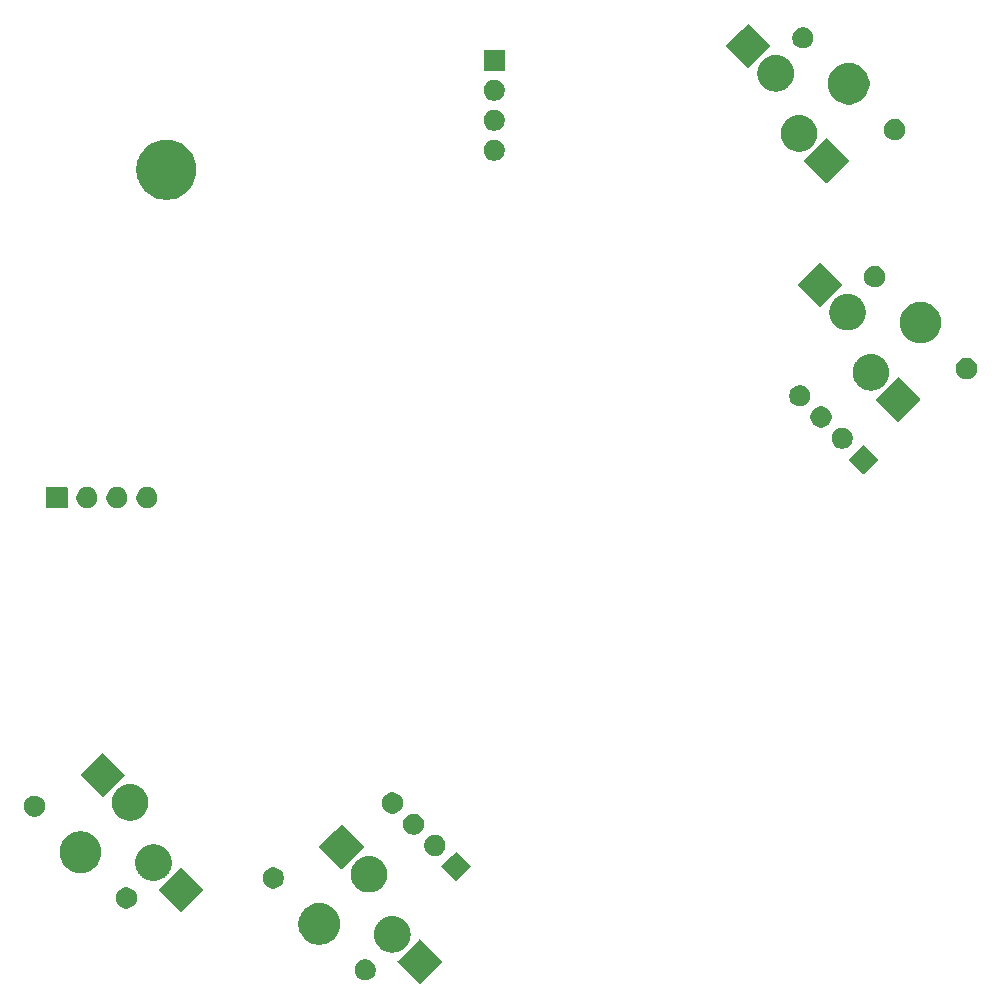
<source format=gbr>
G04 #@! TF.GenerationSoftware,KiCad,Pcbnew,9.0.2*
G04 #@! TF.CreationDate,2025-09-19T15:02:21-04:00*
G04 #@! TF.ProjectId,Trackball,54726163-6b62-4616-9c6c-2e6b69636164,rev?*
G04 #@! TF.SameCoordinates,Original*
G04 #@! TF.FileFunction,Soldermask,Bot*
G04 #@! TF.FilePolarity,Negative*
%FSLAX46Y46*%
G04 Gerber Fmt 4.6, Leading zero omitted, Abs format (unit mm)*
G04 Created by KiCad (PCBNEW 9.0.2) date 2025-09-19 15:02:21*
%MOMM*%
%LPD*%
G01*
G04 APERTURE LIST*
G04 APERTURE END LIST*
G36*
X219588440Y-132055598D02*
G01*
X219604985Y-132066654D01*
X221443463Y-133905132D01*
X221454519Y-133921677D01*
X221458400Y-133941194D01*
X221454519Y-133960711D01*
X221443463Y-133977256D01*
X219604985Y-135815734D01*
X219588440Y-135826790D01*
X219568923Y-135830671D01*
X219549406Y-135826790D01*
X219532861Y-135815734D01*
X217694383Y-133977256D01*
X217683327Y-133960711D01*
X217679446Y-133941194D01*
X217683327Y-133921677D01*
X217694383Y-133905132D01*
X218966802Y-132632713D01*
X219524156Y-132075358D01*
X219524159Y-132075355D01*
X219532861Y-132066654D01*
X219549406Y-132055598D01*
X219568923Y-132051717D01*
X219588440Y-132055598D01*
G37*
G36*
X215216859Y-133767559D02*
G01*
X215380204Y-133835218D01*
X215527210Y-133933445D01*
X215652229Y-134058464D01*
X215750456Y-134205470D01*
X215818115Y-134368815D01*
X215852608Y-134542221D01*
X215852608Y-134719025D01*
X215818115Y-134892431D01*
X215750456Y-135055776D01*
X215652229Y-135202782D01*
X215527210Y-135327801D01*
X215380204Y-135426028D01*
X215216859Y-135493687D01*
X215043453Y-135528180D01*
X214866649Y-135528180D01*
X214693243Y-135493687D01*
X214529898Y-135426028D01*
X214382892Y-135327801D01*
X214257873Y-135202782D01*
X214159646Y-135055776D01*
X214091987Y-134892431D01*
X214057494Y-134719025D01*
X214057494Y-134542221D01*
X214091987Y-134368815D01*
X214159646Y-134205470D01*
X214257873Y-134058464D01*
X214382892Y-133933445D01*
X214529898Y-133835218D01*
X214693243Y-133767559D01*
X214866649Y-133733066D01*
X215043453Y-133733066D01*
X215216859Y-133767559D01*
G37*
G36*
X217363630Y-130079200D02*
G01*
X217374838Y-130079200D01*
X217430036Y-130087942D01*
X217555682Y-130104484D01*
X217586337Y-130112698D01*
X217615222Y-130117273D01*
X217670768Y-130135321D01*
X217751615Y-130156984D01*
X217803198Y-130178350D01*
X217846690Y-130192482D01*
X217887434Y-130213242D01*
X217939018Y-130234609D01*
X218011501Y-130276457D01*
X218063543Y-130302974D01*
X218087203Y-130320164D01*
X218114687Y-130336032D01*
X218215222Y-130413175D01*
X218260442Y-130446029D01*
X218268367Y-130453954D01*
X218275614Y-130459515D01*
X218419051Y-130602952D01*
X218424611Y-130610198D01*
X218432538Y-130618125D01*
X218465395Y-130663349D01*
X218542534Y-130763879D01*
X218558400Y-130791360D01*
X218575593Y-130815024D01*
X218602112Y-130867071D01*
X218643957Y-130939548D01*
X218665321Y-130991125D01*
X218686085Y-131031877D01*
X218700218Y-131075374D01*
X218721582Y-131126951D01*
X218743241Y-131207785D01*
X218761294Y-131263345D01*
X218765869Y-131292235D01*
X218774082Y-131322884D01*
X218790622Y-131448518D01*
X218799367Y-131503729D01*
X218799367Y-131514937D01*
X218800560Y-131523999D01*
X218800560Y-131726838D01*
X218799367Y-131735899D01*
X218799367Y-131747109D01*
X218790621Y-131802324D01*
X218774082Y-131927953D01*
X218765870Y-131958599D01*
X218761294Y-131987493D01*
X218743239Y-132043057D01*
X218721582Y-132123886D01*
X218700219Y-132175458D01*
X218686085Y-132218961D01*
X218665319Y-132259716D01*
X218643957Y-132311289D01*
X218602116Y-132383757D01*
X218575593Y-132435814D01*
X218558397Y-132459481D01*
X218542534Y-132486958D01*
X218465409Y-132587469D01*
X218432538Y-132632713D01*
X218424607Y-132640643D01*
X218419051Y-132647885D01*
X218275614Y-132791322D01*
X218268372Y-132796878D01*
X218260442Y-132804809D01*
X218215198Y-132837680D01*
X218114687Y-132914805D01*
X218087210Y-132930668D01*
X218063543Y-132947864D01*
X218011486Y-132974387D01*
X217939018Y-133016228D01*
X217887445Y-133037590D01*
X217846690Y-133058356D01*
X217803187Y-133072490D01*
X217751615Y-133093853D01*
X217670786Y-133115510D01*
X217615222Y-133133565D01*
X217586328Y-133138141D01*
X217555682Y-133146353D01*
X217430050Y-133162893D01*
X217374838Y-133171638D01*
X217363629Y-133171638D01*
X217354568Y-133172831D01*
X217151728Y-133172831D01*
X217142667Y-133171638D01*
X217131458Y-133171638D01*
X217076247Y-133162893D01*
X216950613Y-133146353D01*
X216919964Y-133138140D01*
X216891074Y-133133565D01*
X216835514Y-133115512D01*
X216754680Y-133093853D01*
X216703103Y-133072489D01*
X216659606Y-133058356D01*
X216618854Y-133037592D01*
X216567277Y-133016228D01*
X216494800Y-132974383D01*
X216442753Y-132947864D01*
X216419089Y-132930671D01*
X216391608Y-132914805D01*
X216291078Y-132837666D01*
X216245854Y-132804809D01*
X216237927Y-132796882D01*
X216230681Y-132791322D01*
X216087244Y-132647885D01*
X216081683Y-132640638D01*
X216073758Y-132632713D01*
X216040904Y-132587493D01*
X215963761Y-132486958D01*
X215947893Y-132459474D01*
X215930703Y-132435814D01*
X215904186Y-132383772D01*
X215862338Y-132311289D01*
X215840971Y-132259705D01*
X215820211Y-132218961D01*
X215806079Y-132175469D01*
X215784713Y-132123886D01*
X215763050Y-132043039D01*
X215745002Y-131987493D01*
X215740427Y-131958608D01*
X215732213Y-131927953D01*
X215715672Y-131802310D01*
X215706929Y-131747109D01*
X215706929Y-131735899D01*
X215705736Y-131726838D01*
X215705736Y-131523999D01*
X215706929Y-131514937D01*
X215706929Y-131503729D01*
X215715671Y-131448532D01*
X215732213Y-131322884D01*
X215740427Y-131292226D01*
X215745002Y-131263345D01*
X215763048Y-131207802D01*
X215784713Y-131126951D01*
X215806081Y-131075363D01*
X215820211Y-131031877D01*
X215840969Y-130991136D01*
X215862338Y-130939548D01*
X215904190Y-130867056D01*
X215930703Y-130815024D01*
X215947890Y-130791367D01*
X215963761Y-130763879D01*
X216040918Y-130663325D01*
X216073758Y-130618125D01*
X216081680Y-130610202D01*
X216087244Y-130602952D01*
X216230681Y-130459515D01*
X216237931Y-130453951D01*
X216245854Y-130446029D01*
X216291054Y-130413189D01*
X216391608Y-130336032D01*
X216419096Y-130320161D01*
X216442753Y-130302974D01*
X216494785Y-130276461D01*
X216567277Y-130234609D01*
X216618865Y-130213240D01*
X216659606Y-130192482D01*
X216703092Y-130178352D01*
X216754680Y-130156984D01*
X216835531Y-130135319D01*
X216891074Y-130117273D01*
X216919955Y-130112698D01*
X216950613Y-130104484D01*
X217076261Y-130087942D01*
X217131458Y-130079200D01*
X217142666Y-130079200D01*
X217151728Y-130078007D01*
X217354568Y-130078007D01*
X217363630Y-130079200D01*
G37*
G36*
X211410396Y-129009960D02*
G01*
X211633465Y-129069731D01*
X211846825Y-129158107D01*
X212046823Y-129273576D01*
X212230039Y-129414163D01*
X212393337Y-129577461D01*
X212533924Y-129760677D01*
X212649393Y-129960675D01*
X212737769Y-130174035D01*
X212797540Y-130397104D01*
X212827684Y-130626067D01*
X212827684Y-130857005D01*
X212797540Y-131085968D01*
X212737769Y-131309037D01*
X212649393Y-131522397D01*
X212533924Y-131722395D01*
X212393337Y-131905611D01*
X212230039Y-132068909D01*
X212046823Y-132209496D01*
X211846825Y-132324965D01*
X211633465Y-132413341D01*
X211410396Y-132473112D01*
X211181433Y-132503256D01*
X210950495Y-132503256D01*
X210721532Y-132473112D01*
X210498463Y-132413341D01*
X210285103Y-132324965D01*
X210085105Y-132209496D01*
X209901889Y-132068909D01*
X209738591Y-131905611D01*
X209598004Y-131722395D01*
X209482535Y-131522397D01*
X209394159Y-131309037D01*
X209334388Y-131085968D01*
X209304244Y-130857005D01*
X209304244Y-130626067D01*
X209334388Y-130397104D01*
X209394159Y-130174035D01*
X209482535Y-129960675D01*
X209598004Y-129760677D01*
X209738591Y-129577461D01*
X209901889Y-129414163D01*
X210085105Y-129273576D01*
X210285103Y-129158107D01*
X210498463Y-129069731D01*
X210721532Y-129009960D01*
X210950495Y-128979816D01*
X211181433Y-128979816D01*
X211410396Y-129009960D01*
G37*
G36*
X199365186Y-125974480D02*
G01*
X199381731Y-125985536D01*
X201220209Y-127824014D01*
X201231265Y-127840559D01*
X201235146Y-127860076D01*
X201231265Y-127879593D01*
X201220209Y-127896138D01*
X199381731Y-129734616D01*
X199365186Y-129745672D01*
X199345669Y-129749553D01*
X199326152Y-129745672D01*
X199309607Y-129734616D01*
X197471129Y-127896138D01*
X197460073Y-127879593D01*
X197456192Y-127860076D01*
X197460073Y-127840559D01*
X197471129Y-127824014D01*
X198743548Y-126551595D01*
X199300902Y-125994240D01*
X199300905Y-125994237D01*
X199309607Y-125985536D01*
X199326152Y-125974480D01*
X199345669Y-125970599D01*
X199365186Y-125974480D01*
G37*
G36*
X194993605Y-127686441D02*
G01*
X195156950Y-127754100D01*
X195303956Y-127852327D01*
X195428975Y-127977346D01*
X195527202Y-128124352D01*
X195594861Y-128287697D01*
X195629354Y-128461103D01*
X195629354Y-128637907D01*
X195594861Y-128811313D01*
X195527202Y-128974658D01*
X195428975Y-129121664D01*
X195303956Y-129246683D01*
X195156950Y-129344910D01*
X194993605Y-129412569D01*
X194820199Y-129447062D01*
X194643395Y-129447062D01*
X194469989Y-129412569D01*
X194306644Y-129344910D01*
X194159638Y-129246683D01*
X194034619Y-129121664D01*
X193936392Y-128974658D01*
X193868733Y-128811313D01*
X193834240Y-128637907D01*
X193834240Y-128461103D01*
X193868733Y-128287697D01*
X193936392Y-128124352D01*
X194034619Y-127977346D01*
X194159638Y-127852327D01*
X194306644Y-127754100D01*
X194469989Y-127686441D01*
X194643395Y-127651948D01*
X194820199Y-127651948D01*
X194993605Y-127686441D01*
G37*
G36*
X215383731Y-124988032D02*
G01*
X215394939Y-124988032D01*
X215450137Y-124996774D01*
X215575783Y-125013316D01*
X215606438Y-125021530D01*
X215635323Y-125026105D01*
X215690869Y-125044153D01*
X215771716Y-125065816D01*
X215823299Y-125087182D01*
X215866791Y-125101314D01*
X215907535Y-125122074D01*
X215959119Y-125143441D01*
X216031602Y-125185289D01*
X216083644Y-125211806D01*
X216107304Y-125228996D01*
X216134788Y-125244864D01*
X216235323Y-125322007D01*
X216280543Y-125354861D01*
X216288468Y-125362786D01*
X216295715Y-125368347D01*
X216439152Y-125511784D01*
X216444712Y-125519030D01*
X216452639Y-125526957D01*
X216485496Y-125572181D01*
X216562635Y-125672711D01*
X216578501Y-125700192D01*
X216595694Y-125723856D01*
X216622213Y-125775903D01*
X216664058Y-125848380D01*
X216685422Y-125899957D01*
X216706186Y-125940709D01*
X216720319Y-125984206D01*
X216741683Y-126035783D01*
X216763342Y-126116617D01*
X216781395Y-126172177D01*
X216785970Y-126201067D01*
X216794183Y-126231716D01*
X216810723Y-126357350D01*
X216819468Y-126412561D01*
X216819468Y-126423769D01*
X216820661Y-126432831D01*
X216820661Y-126635670D01*
X216819468Y-126644731D01*
X216819468Y-126655941D01*
X216810722Y-126711156D01*
X216794183Y-126836785D01*
X216785971Y-126867431D01*
X216781395Y-126896325D01*
X216763340Y-126951889D01*
X216741683Y-127032718D01*
X216720320Y-127084290D01*
X216706186Y-127127793D01*
X216685420Y-127168548D01*
X216664058Y-127220121D01*
X216622217Y-127292589D01*
X216595694Y-127344646D01*
X216578498Y-127368313D01*
X216562635Y-127395790D01*
X216485510Y-127496301D01*
X216452639Y-127541545D01*
X216444708Y-127549475D01*
X216439152Y-127556717D01*
X216295715Y-127700154D01*
X216288473Y-127705710D01*
X216280543Y-127713641D01*
X216235299Y-127746512D01*
X216134788Y-127823637D01*
X216107311Y-127839500D01*
X216083644Y-127856696D01*
X216031587Y-127883219D01*
X215959119Y-127925060D01*
X215907546Y-127946422D01*
X215866791Y-127967188D01*
X215823288Y-127981322D01*
X215771716Y-128002685D01*
X215690887Y-128024342D01*
X215635323Y-128042397D01*
X215606429Y-128046973D01*
X215575783Y-128055185D01*
X215450151Y-128071725D01*
X215394939Y-128080470D01*
X215383730Y-128080470D01*
X215374669Y-128081663D01*
X215171829Y-128081663D01*
X215162768Y-128080470D01*
X215151559Y-128080470D01*
X215096348Y-128071725D01*
X214970714Y-128055185D01*
X214940065Y-128046972D01*
X214911175Y-128042397D01*
X214855615Y-128024344D01*
X214774781Y-128002685D01*
X214723204Y-127981321D01*
X214679707Y-127967188D01*
X214638955Y-127946424D01*
X214587378Y-127925060D01*
X214514901Y-127883215D01*
X214462854Y-127856696D01*
X214439190Y-127839503D01*
X214411709Y-127823637D01*
X214311179Y-127746498D01*
X214265955Y-127713641D01*
X214258028Y-127705714D01*
X214250782Y-127700154D01*
X214107345Y-127556717D01*
X214101784Y-127549470D01*
X214093859Y-127541545D01*
X214061005Y-127496325D01*
X213983862Y-127395790D01*
X213967994Y-127368306D01*
X213950804Y-127344646D01*
X213924287Y-127292604D01*
X213882439Y-127220121D01*
X213861072Y-127168537D01*
X213840312Y-127127793D01*
X213826180Y-127084301D01*
X213804814Y-127032718D01*
X213783151Y-126951871D01*
X213765103Y-126896325D01*
X213760528Y-126867440D01*
X213752314Y-126836785D01*
X213735773Y-126711142D01*
X213727030Y-126655941D01*
X213727030Y-126644731D01*
X213725837Y-126635670D01*
X213725837Y-126432831D01*
X213727030Y-126423769D01*
X213727030Y-126412561D01*
X213735772Y-126357364D01*
X213752314Y-126231716D01*
X213760528Y-126201058D01*
X213765103Y-126172177D01*
X213783149Y-126116634D01*
X213804814Y-126035783D01*
X213826182Y-125984195D01*
X213840312Y-125940709D01*
X213861070Y-125899968D01*
X213882439Y-125848380D01*
X213924291Y-125775888D01*
X213950804Y-125723856D01*
X213967991Y-125700199D01*
X213983862Y-125672711D01*
X214061019Y-125572157D01*
X214093859Y-125526957D01*
X214101781Y-125519034D01*
X214107345Y-125511784D01*
X214250782Y-125368347D01*
X214258032Y-125362783D01*
X214265955Y-125354861D01*
X214311155Y-125322021D01*
X214411709Y-125244864D01*
X214439197Y-125228993D01*
X214462854Y-125211806D01*
X214514886Y-125185293D01*
X214587378Y-125143441D01*
X214638966Y-125122072D01*
X214679707Y-125101314D01*
X214723193Y-125087184D01*
X214774781Y-125065816D01*
X214855632Y-125044151D01*
X214911175Y-125026105D01*
X214940056Y-125021530D01*
X214970714Y-125013316D01*
X215096362Y-124996774D01*
X215151559Y-124988032D01*
X215162767Y-124988032D01*
X215171829Y-124986839D01*
X215374669Y-124986839D01*
X215383731Y-124988032D01*
G37*
G36*
X207438685Y-125989385D02*
G01*
X207602030Y-126057044D01*
X207749036Y-126155271D01*
X207874055Y-126280290D01*
X207972282Y-126427296D01*
X208039941Y-126590641D01*
X208074434Y-126764047D01*
X208074434Y-126940851D01*
X208039941Y-127114257D01*
X207972282Y-127277602D01*
X207874055Y-127424608D01*
X207749036Y-127549627D01*
X207602030Y-127647854D01*
X207438685Y-127715513D01*
X207265279Y-127750006D01*
X207088475Y-127750006D01*
X206915069Y-127715513D01*
X206751724Y-127647854D01*
X206604718Y-127549627D01*
X206479699Y-127424608D01*
X206381472Y-127277602D01*
X206313813Y-127114257D01*
X206279320Y-126940851D01*
X206279320Y-126764047D01*
X206313813Y-126590641D01*
X206381472Y-126427296D01*
X206479699Y-126280290D01*
X206604718Y-126155271D01*
X206751724Y-126057044D01*
X206915069Y-125989385D01*
X207088475Y-125954892D01*
X207265279Y-125954892D01*
X207438685Y-125989385D01*
G37*
G36*
X222670719Y-124650069D02*
G01*
X222687264Y-124661125D01*
X223889346Y-125863207D01*
X223900402Y-125879752D01*
X223904283Y-125899269D01*
X223900402Y-125918786D01*
X223889346Y-125935331D01*
X222687264Y-127137413D01*
X222670719Y-127148469D01*
X222651202Y-127152350D01*
X222631685Y-127148469D01*
X222615140Y-127137413D01*
X221413058Y-125935331D01*
X221402002Y-125918786D01*
X221398121Y-125899269D01*
X221402002Y-125879752D01*
X221413058Y-125863207D01*
X222289426Y-124986839D01*
X222606435Y-124669829D01*
X222606438Y-124669826D01*
X222615140Y-124661125D01*
X222631685Y-124650069D01*
X222651202Y-124646188D01*
X222670719Y-124650069D01*
G37*
G36*
X197140376Y-123998082D02*
G01*
X197151584Y-123998082D01*
X197206782Y-124006824D01*
X197332428Y-124023366D01*
X197363083Y-124031580D01*
X197391968Y-124036155D01*
X197447514Y-124054203D01*
X197528361Y-124075866D01*
X197579944Y-124097232D01*
X197623436Y-124111364D01*
X197664180Y-124132124D01*
X197715764Y-124153491D01*
X197788247Y-124195339D01*
X197840289Y-124221856D01*
X197863949Y-124239046D01*
X197891433Y-124254914D01*
X197991968Y-124332057D01*
X198037188Y-124364911D01*
X198045113Y-124372836D01*
X198052360Y-124378397D01*
X198195797Y-124521834D01*
X198201357Y-124529080D01*
X198209284Y-124537007D01*
X198242141Y-124582231D01*
X198319280Y-124682761D01*
X198335146Y-124710242D01*
X198352339Y-124733906D01*
X198378858Y-124785953D01*
X198420703Y-124858430D01*
X198442067Y-124910007D01*
X198462831Y-124950759D01*
X198476964Y-124994256D01*
X198498328Y-125045833D01*
X198519987Y-125126667D01*
X198538040Y-125182227D01*
X198542615Y-125211117D01*
X198550828Y-125241766D01*
X198567368Y-125367400D01*
X198576113Y-125422611D01*
X198576113Y-125433819D01*
X198577306Y-125442881D01*
X198577306Y-125645720D01*
X198576113Y-125654781D01*
X198576113Y-125665991D01*
X198567367Y-125721206D01*
X198550828Y-125846835D01*
X198542616Y-125877481D01*
X198538040Y-125906375D01*
X198519985Y-125961939D01*
X198498328Y-126042768D01*
X198476965Y-126094340D01*
X198462831Y-126137843D01*
X198442065Y-126178598D01*
X198420703Y-126230171D01*
X198378862Y-126302639D01*
X198352339Y-126354696D01*
X198335143Y-126378363D01*
X198319280Y-126405840D01*
X198242155Y-126506351D01*
X198209284Y-126551595D01*
X198201353Y-126559525D01*
X198195797Y-126566767D01*
X198052360Y-126710204D01*
X198045118Y-126715760D01*
X198037188Y-126723691D01*
X197991944Y-126756562D01*
X197891433Y-126833687D01*
X197863956Y-126849550D01*
X197840289Y-126866746D01*
X197788232Y-126893269D01*
X197715764Y-126935110D01*
X197664191Y-126956472D01*
X197623436Y-126977238D01*
X197579933Y-126991372D01*
X197528361Y-127012735D01*
X197447532Y-127034392D01*
X197391968Y-127052447D01*
X197363074Y-127057023D01*
X197332428Y-127065235D01*
X197206796Y-127081775D01*
X197151584Y-127090520D01*
X197140375Y-127090520D01*
X197131314Y-127091713D01*
X196928474Y-127091713D01*
X196919413Y-127090520D01*
X196908204Y-127090520D01*
X196852993Y-127081775D01*
X196727359Y-127065235D01*
X196696710Y-127057022D01*
X196667820Y-127052447D01*
X196612260Y-127034394D01*
X196531426Y-127012735D01*
X196479849Y-126991371D01*
X196436352Y-126977238D01*
X196395600Y-126956474D01*
X196344023Y-126935110D01*
X196271546Y-126893265D01*
X196219499Y-126866746D01*
X196195835Y-126849553D01*
X196168354Y-126833687D01*
X196067824Y-126756548D01*
X196022600Y-126723691D01*
X196014673Y-126715764D01*
X196007427Y-126710204D01*
X195863990Y-126566767D01*
X195858429Y-126559520D01*
X195850504Y-126551595D01*
X195817650Y-126506375D01*
X195740507Y-126405840D01*
X195724639Y-126378356D01*
X195707449Y-126354696D01*
X195680932Y-126302654D01*
X195639084Y-126230171D01*
X195617717Y-126178587D01*
X195596957Y-126137843D01*
X195582825Y-126094351D01*
X195561459Y-126042768D01*
X195539796Y-125961921D01*
X195521748Y-125906375D01*
X195517173Y-125877490D01*
X195508959Y-125846835D01*
X195492418Y-125721192D01*
X195483675Y-125665991D01*
X195483675Y-125654781D01*
X195482482Y-125645720D01*
X195482482Y-125442881D01*
X195483675Y-125433819D01*
X195483675Y-125422611D01*
X195492417Y-125367414D01*
X195508959Y-125241766D01*
X195517173Y-125211108D01*
X195521748Y-125182227D01*
X195539794Y-125126684D01*
X195561459Y-125045833D01*
X195582827Y-124994245D01*
X195596957Y-124950759D01*
X195617715Y-124910018D01*
X195639084Y-124858430D01*
X195680936Y-124785938D01*
X195707449Y-124733906D01*
X195724636Y-124710249D01*
X195740507Y-124682761D01*
X195817664Y-124582207D01*
X195850504Y-124537007D01*
X195858426Y-124529084D01*
X195863990Y-124521834D01*
X196007427Y-124378397D01*
X196014677Y-124372833D01*
X196022600Y-124364911D01*
X196067800Y-124332071D01*
X196168354Y-124254914D01*
X196195842Y-124239043D01*
X196219499Y-124221856D01*
X196271531Y-124195343D01*
X196344023Y-124153491D01*
X196395611Y-124132122D01*
X196436352Y-124111364D01*
X196479838Y-124097234D01*
X196531426Y-124075866D01*
X196612277Y-124054201D01*
X196667820Y-124036155D01*
X196696701Y-124031580D01*
X196727359Y-124023366D01*
X196853007Y-124006824D01*
X196908204Y-123998082D01*
X196919412Y-123998082D01*
X196928474Y-123996889D01*
X197131314Y-123996889D01*
X197140376Y-123998082D01*
G37*
G36*
X191187142Y-122928842D02*
G01*
X191410211Y-122988613D01*
X191623571Y-123076989D01*
X191823569Y-123192458D01*
X192006785Y-123333045D01*
X192170083Y-123496343D01*
X192310670Y-123679559D01*
X192426139Y-123879557D01*
X192514515Y-124092917D01*
X192574286Y-124315986D01*
X192604430Y-124544949D01*
X192604430Y-124775887D01*
X192574286Y-125004850D01*
X192514515Y-125227919D01*
X192426139Y-125441279D01*
X192310670Y-125641277D01*
X192170083Y-125824493D01*
X192006785Y-125987791D01*
X191823569Y-126128378D01*
X191623571Y-126243847D01*
X191410211Y-126332223D01*
X191187142Y-126391994D01*
X190958179Y-126422138D01*
X190727241Y-126422138D01*
X190498278Y-126391994D01*
X190275209Y-126332223D01*
X190061849Y-126243847D01*
X189861851Y-126128378D01*
X189678635Y-125987791D01*
X189515337Y-125824493D01*
X189374750Y-125641277D01*
X189259281Y-125441279D01*
X189170905Y-125227919D01*
X189111134Y-125004850D01*
X189080990Y-124775887D01*
X189080990Y-124544949D01*
X189111134Y-124315986D01*
X189170905Y-124092917D01*
X189259281Y-123879557D01*
X189374750Y-123679559D01*
X189515337Y-123496343D01*
X189678635Y-123333045D01*
X189861851Y-123192458D01*
X190061849Y-123076989D01*
X190275209Y-122988613D01*
X190498278Y-122928842D01*
X190727241Y-122898698D01*
X190958179Y-122898698D01*
X191187142Y-122928842D01*
G37*
G36*
X212976992Y-122332880D02*
G01*
X212993537Y-122343936D01*
X214832015Y-124182414D01*
X214843071Y-124198959D01*
X214846952Y-124218476D01*
X214843071Y-124237993D01*
X214832015Y-124254538D01*
X212993537Y-126093016D01*
X212976992Y-126104072D01*
X212957475Y-126107953D01*
X212937958Y-126104072D01*
X212921413Y-126093016D01*
X211082935Y-124254538D01*
X211071879Y-124237993D01*
X211067998Y-124218476D01*
X211071879Y-124198959D01*
X211082935Y-124182414D01*
X212386979Y-122878370D01*
X212912708Y-122352640D01*
X212912711Y-122352637D01*
X212921413Y-122343936D01*
X212937958Y-122332880D01*
X212957475Y-122328999D01*
X212976992Y-122332880D01*
G37*
G36*
X221116697Y-123241015D02*
G01*
X221279879Y-123308607D01*
X221426739Y-123406736D01*
X221551633Y-123531630D01*
X221649762Y-123678490D01*
X221717354Y-123841672D01*
X221751812Y-124014905D01*
X221751812Y-124191531D01*
X221717354Y-124364764D01*
X221649762Y-124527946D01*
X221551633Y-124674806D01*
X221426739Y-124799700D01*
X221279879Y-124897829D01*
X221116697Y-124965421D01*
X220943464Y-124999879D01*
X220766838Y-124999879D01*
X220593605Y-124965421D01*
X220430423Y-124897829D01*
X220283563Y-124799700D01*
X220158669Y-124674806D01*
X220060540Y-124527946D01*
X219992948Y-124364764D01*
X219958490Y-124191531D01*
X219958490Y-124014905D01*
X219992948Y-123841672D01*
X220060540Y-123678490D01*
X220158669Y-123531630D01*
X220283563Y-123406736D01*
X220430423Y-123308607D01*
X220593605Y-123241015D01*
X220766838Y-123206557D01*
X220943464Y-123206557D01*
X221116697Y-123241015D01*
G37*
G36*
X219320646Y-121444964D02*
G01*
X219483828Y-121512556D01*
X219630688Y-121610685D01*
X219755582Y-121735579D01*
X219853711Y-121882439D01*
X219921303Y-122045621D01*
X219955761Y-122218854D01*
X219955761Y-122395480D01*
X219921303Y-122568713D01*
X219853711Y-122731895D01*
X219755582Y-122878755D01*
X219630688Y-123003649D01*
X219483828Y-123101778D01*
X219320646Y-123169370D01*
X219147413Y-123203828D01*
X218970787Y-123203828D01*
X218797554Y-123169370D01*
X218634372Y-123101778D01*
X218487512Y-123003649D01*
X218362618Y-122878755D01*
X218264489Y-122731895D01*
X218196897Y-122568713D01*
X218162439Y-122395480D01*
X218162439Y-122218854D01*
X218196897Y-122045621D01*
X218264489Y-121882439D01*
X218362618Y-121735579D01*
X218487512Y-121610685D01*
X218634372Y-121512556D01*
X218797554Y-121444964D01*
X218970787Y-121410506D01*
X219147413Y-121410506D01*
X219320646Y-121444964D01*
G37*
G36*
X195160477Y-118906914D02*
G01*
X195171685Y-118906914D01*
X195226883Y-118915656D01*
X195352529Y-118932198D01*
X195383184Y-118940412D01*
X195412069Y-118944987D01*
X195467615Y-118963035D01*
X195548462Y-118984698D01*
X195600045Y-119006064D01*
X195643537Y-119020196D01*
X195684281Y-119040956D01*
X195735865Y-119062323D01*
X195808348Y-119104171D01*
X195860390Y-119130688D01*
X195884050Y-119147878D01*
X195911534Y-119163746D01*
X196012069Y-119240889D01*
X196057289Y-119273743D01*
X196065214Y-119281668D01*
X196072461Y-119287229D01*
X196215898Y-119430666D01*
X196221458Y-119437912D01*
X196229385Y-119445839D01*
X196262242Y-119491063D01*
X196339381Y-119591593D01*
X196355247Y-119619074D01*
X196372440Y-119642738D01*
X196398959Y-119694785D01*
X196440804Y-119767262D01*
X196462168Y-119818839D01*
X196482932Y-119859591D01*
X196497065Y-119903088D01*
X196518429Y-119954665D01*
X196540088Y-120035499D01*
X196558141Y-120091059D01*
X196562716Y-120119949D01*
X196570929Y-120150598D01*
X196587469Y-120276232D01*
X196596214Y-120331443D01*
X196596214Y-120342651D01*
X196597407Y-120351713D01*
X196597407Y-120554552D01*
X196596214Y-120563613D01*
X196596214Y-120574823D01*
X196587468Y-120630038D01*
X196570929Y-120755667D01*
X196562717Y-120786313D01*
X196558141Y-120815207D01*
X196540086Y-120870771D01*
X196518429Y-120951600D01*
X196497066Y-121003172D01*
X196482932Y-121046675D01*
X196462166Y-121087430D01*
X196440804Y-121139003D01*
X196398963Y-121211471D01*
X196372440Y-121263528D01*
X196355244Y-121287195D01*
X196339381Y-121314672D01*
X196262256Y-121415183D01*
X196229385Y-121460427D01*
X196221454Y-121468357D01*
X196215898Y-121475599D01*
X196072461Y-121619036D01*
X196065219Y-121624592D01*
X196057289Y-121632523D01*
X196012045Y-121665394D01*
X195911534Y-121742519D01*
X195884057Y-121758382D01*
X195860390Y-121775578D01*
X195808333Y-121802101D01*
X195735865Y-121843942D01*
X195684292Y-121865304D01*
X195643537Y-121886070D01*
X195600034Y-121900204D01*
X195548462Y-121921567D01*
X195467633Y-121943224D01*
X195412069Y-121961279D01*
X195383175Y-121965855D01*
X195352529Y-121974067D01*
X195226897Y-121990607D01*
X195171685Y-121999352D01*
X195160476Y-121999352D01*
X195151415Y-122000545D01*
X194948575Y-122000545D01*
X194939514Y-121999352D01*
X194928305Y-121999352D01*
X194873094Y-121990607D01*
X194747460Y-121974067D01*
X194716811Y-121965854D01*
X194687921Y-121961279D01*
X194632361Y-121943226D01*
X194551527Y-121921567D01*
X194499950Y-121900203D01*
X194456453Y-121886070D01*
X194415701Y-121865306D01*
X194364124Y-121843942D01*
X194291647Y-121802097D01*
X194239600Y-121775578D01*
X194215936Y-121758385D01*
X194188455Y-121742519D01*
X194087925Y-121665380D01*
X194042701Y-121632523D01*
X194034774Y-121624596D01*
X194027528Y-121619036D01*
X193884091Y-121475599D01*
X193878530Y-121468352D01*
X193870605Y-121460427D01*
X193837751Y-121415207D01*
X193760608Y-121314672D01*
X193744740Y-121287188D01*
X193727550Y-121263528D01*
X193701033Y-121211486D01*
X193659185Y-121139003D01*
X193637818Y-121087419D01*
X193617058Y-121046675D01*
X193602926Y-121003183D01*
X193581560Y-120951600D01*
X193559897Y-120870753D01*
X193541849Y-120815207D01*
X193537274Y-120786322D01*
X193529060Y-120755667D01*
X193512519Y-120630024D01*
X193503776Y-120574823D01*
X193503776Y-120563613D01*
X193502583Y-120554552D01*
X193502583Y-120351713D01*
X193503776Y-120342651D01*
X193503776Y-120331443D01*
X193512518Y-120276246D01*
X193529060Y-120150598D01*
X193537274Y-120119940D01*
X193541849Y-120091059D01*
X193559895Y-120035516D01*
X193581560Y-119954665D01*
X193602928Y-119903077D01*
X193617058Y-119859591D01*
X193637816Y-119818850D01*
X193659185Y-119767262D01*
X193701037Y-119694770D01*
X193727550Y-119642738D01*
X193744737Y-119619081D01*
X193760608Y-119591593D01*
X193837765Y-119491039D01*
X193870605Y-119445839D01*
X193878527Y-119437916D01*
X193884091Y-119430666D01*
X194027528Y-119287229D01*
X194034778Y-119281665D01*
X194042701Y-119273743D01*
X194087901Y-119240903D01*
X194188455Y-119163746D01*
X194215943Y-119147875D01*
X194239600Y-119130688D01*
X194291632Y-119104175D01*
X194364124Y-119062323D01*
X194415712Y-119040954D01*
X194456453Y-119020196D01*
X194499939Y-119006066D01*
X194551527Y-118984698D01*
X194632378Y-118963033D01*
X194687921Y-118944987D01*
X194716802Y-118940412D01*
X194747460Y-118932198D01*
X194873108Y-118915656D01*
X194928305Y-118906914D01*
X194939513Y-118906914D01*
X194948575Y-118905721D01*
X195151415Y-118905721D01*
X195160477Y-118906914D01*
G37*
G36*
X187215431Y-119908267D02*
G01*
X187378776Y-119975926D01*
X187525782Y-120074153D01*
X187650801Y-120199172D01*
X187749028Y-120346178D01*
X187816687Y-120509523D01*
X187851180Y-120682929D01*
X187851180Y-120859733D01*
X187816687Y-121033139D01*
X187749028Y-121196484D01*
X187650801Y-121343490D01*
X187525782Y-121468509D01*
X187378776Y-121566736D01*
X187215431Y-121634395D01*
X187042025Y-121668888D01*
X186865221Y-121668888D01*
X186691815Y-121634395D01*
X186528470Y-121566736D01*
X186381464Y-121468509D01*
X186256445Y-121343490D01*
X186158218Y-121196484D01*
X186090559Y-121033139D01*
X186056066Y-120859733D01*
X186056066Y-120682929D01*
X186090559Y-120509523D01*
X186158218Y-120346178D01*
X186256445Y-120199172D01*
X186381464Y-120074153D01*
X186528470Y-119975926D01*
X186691815Y-119908267D01*
X186865221Y-119873774D01*
X187042025Y-119873774D01*
X187215431Y-119908267D01*
G37*
G36*
X217524594Y-119648912D02*
G01*
X217687776Y-119716504D01*
X217834636Y-119814633D01*
X217959530Y-119939527D01*
X218057659Y-120086387D01*
X218125251Y-120249569D01*
X218159709Y-120422802D01*
X218159709Y-120599428D01*
X218125251Y-120772661D01*
X218057659Y-120935843D01*
X217959530Y-121082703D01*
X217834636Y-121207597D01*
X217687776Y-121305726D01*
X217524594Y-121373318D01*
X217351361Y-121407776D01*
X217174735Y-121407776D01*
X217001502Y-121373318D01*
X216838320Y-121305726D01*
X216691460Y-121207597D01*
X216566566Y-121082703D01*
X216468437Y-120935843D01*
X216400845Y-120772661D01*
X216366387Y-120599428D01*
X216366387Y-120422802D01*
X216400845Y-120249569D01*
X216468437Y-120086387D01*
X216566566Y-119939527D01*
X216691460Y-119814633D01*
X216838320Y-119716504D01*
X217001502Y-119648912D01*
X217174735Y-119614454D01*
X217351361Y-119614454D01*
X217524594Y-119648912D01*
G37*
G36*
X192753738Y-116251762D02*
G01*
X192770283Y-116262818D01*
X194608761Y-118101296D01*
X194619817Y-118117841D01*
X194623698Y-118137358D01*
X194619817Y-118156875D01*
X194608761Y-118173420D01*
X192770283Y-120011898D01*
X192753738Y-120022954D01*
X192734221Y-120026835D01*
X192714704Y-120022954D01*
X192698159Y-120011898D01*
X190859681Y-118173420D01*
X190848625Y-118156875D01*
X190844744Y-118137358D01*
X190848625Y-118117841D01*
X190859681Y-118101296D01*
X191778920Y-117182057D01*
X192689454Y-116271522D01*
X192689457Y-116271519D01*
X192698159Y-116262818D01*
X192714704Y-116251762D01*
X192734221Y-116247881D01*
X192753738Y-116251762D01*
G37*
G36*
X189723771Y-93753688D02*
G01*
X189740316Y-93764744D01*
X189751372Y-93781289D01*
X189755254Y-93800806D01*
X189755254Y-95500806D01*
X189751372Y-95520323D01*
X189740316Y-95536868D01*
X189723771Y-95547924D01*
X189704254Y-95551806D01*
X188004254Y-95551806D01*
X187984737Y-95547924D01*
X187968192Y-95536868D01*
X187957136Y-95520323D01*
X187953254Y-95500806D01*
X187953254Y-93800806D01*
X187957136Y-93781289D01*
X187968192Y-93764744D01*
X187984737Y-93753688D01*
X188004254Y-93749806D01*
X189704254Y-93749806D01*
X189723771Y-93753688D01*
G37*
G36*
X191655800Y-93788603D02*
G01*
X191818982Y-93856195D01*
X191965842Y-93954324D01*
X192090736Y-94079218D01*
X192188865Y-94226078D01*
X192256457Y-94389260D01*
X192290915Y-94562493D01*
X192290915Y-94739119D01*
X192256457Y-94912352D01*
X192188865Y-95075534D01*
X192090736Y-95222394D01*
X191965842Y-95347288D01*
X191818982Y-95445417D01*
X191655800Y-95513009D01*
X191482567Y-95547467D01*
X191305941Y-95547467D01*
X191132708Y-95513009D01*
X190969526Y-95445417D01*
X190822666Y-95347288D01*
X190697772Y-95222394D01*
X190599643Y-95075534D01*
X190532051Y-94912352D01*
X190497593Y-94739119D01*
X190497593Y-94562493D01*
X190532051Y-94389260D01*
X190599643Y-94226078D01*
X190697772Y-94079218D01*
X190822666Y-93954324D01*
X190969526Y-93856195D01*
X191132708Y-93788603D01*
X191305941Y-93754145D01*
X191482567Y-93754145D01*
X191655800Y-93788603D01*
G37*
G36*
X194195799Y-93788603D02*
G01*
X194358981Y-93856195D01*
X194505841Y-93954324D01*
X194630735Y-94079218D01*
X194728864Y-94226078D01*
X194796456Y-94389260D01*
X194830914Y-94562493D01*
X194830914Y-94739119D01*
X194796456Y-94912352D01*
X194728864Y-95075534D01*
X194630735Y-95222394D01*
X194505841Y-95347288D01*
X194358981Y-95445417D01*
X194195799Y-95513009D01*
X194022566Y-95547467D01*
X193845940Y-95547467D01*
X193672707Y-95513009D01*
X193509525Y-95445417D01*
X193362665Y-95347288D01*
X193237771Y-95222394D01*
X193139642Y-95075534D01*
X193072050Y-94912352D01*
X193037592Y-94739119D01*
X193037592Y-94562493D01*
X193072050Y-94389260D01*
X193139642Y-94226078D01*
X193237771Y-94079218D01*
X193362665Y-93954324D01*
X193509525Y-93856195D01*
X193672707Y-93788603D01*
X193845940Y-93754145D01*
X194022566Y-93754145D01*
X194195799Y-93788603D01*
G37*
G36*
X196735800Y-93788603D02*
G01*
X196898982Y-93856195D01*
X197045842Y-93954324D01*
X197170736Y-94079218D01*
X197268865Y-94226078D01*
X197336457Y-94389260D01*
X197370915Y-94562493D01*
X197370915Y-94739119D01*
X197336457Y-94912352D01*
X197268865Y-95075534D01*
X197170736Y-95222394D01*
X197045842Y-95347288D01*
X196898982Y-95445417D01*
X196735800Y-95513009D01*
X196562567Y-95547467D01*
X196385941Y-95547467D01*
X196212708Y-95513009D01*
X196049526Y-95445417D01*
X195902666Y-95347288D01*
X195777772Y-95222394D01*
X195679643Y-95075534D01*
X195612051Y-94912352D01*
X195577593Y-94739119D01*
X195577593Y-94562493D01*
X195612051Y-94389260D01*
X195679643Y-94226078D01*
X195777772Y-94079218D01*
X195902666Y-93954324D01*
X196049526Y-93856195D01*
X196212708Y-93788603D01*
X196385941Y-93754145D01*
X196562567Y-93754145D01*
X196735800Y-93788603D01*
G37*
G36*
X257154902Y-90165885D02*
G01*
X257171447Y-90176941D01*
X258373529Y-91379023D01*
X258384585Y-91395568D01*
X258388466Y-91415085D01*
X258384585Y-91434602D01*
X258373529Y-91451147D01*
X257171447Y-92653229D01*
X257154902Y-92664285D01*
X257135385Y-92668166D01*
X257115868Y-92664285D01*
X257099323Y-92653229D01*
X255897241Y-91451147D01*
X255886185Y-91434602D01*
X255882304Y-91415085D01*
X255886185Y-91395568D01*
X255897241Y-91379023D01*
X256761170Y-90515094D01*
X257090618Y-90185645D01*
X257090621Y-90185642D01*
X257099323Y-90176941D01*
X257115868Y-90165885D01*
X257135385Y-90162004D01*
X257154902Y-90165885D01*
G37*
G36*
X255600880Y-88756831D02*
G01*
X255764062Y-88824423D01*
X255910922Y-88922552D01*
X256035816Y-89047446D01*
X256133945Y-89194306D01*
X256201537Y-89357488D01*
X256235995Y-89530721D01*
X256235995Y-89707347D01*
X256201537Y-89880580D01*
X256133945Y-90043762D01*
X256035816Y-90190622D01*
X255910922Y-90315516D01*
X255764062Y-90413645D01*
X255600880Y-90481237D01*
X255427647Y-90515695D01*
X255251021Y-90515695D01*
X255077788Y-90481237D01*
X254914606Y-90413645D01*
X254767746Y-90315516D01*
X254642852Y-90190622D01*
X254544723Y-90043762D01*
X254477131Y-89880580D01*
X254442673Y-89707347D01*
X254442673Y-89530721D01*
X254477131Y-89357488D01*
X254544723Y-89194306D01*
X254642852Y-89047446D01*
X254767746Y-88922552D01*
X254914606Y-88824423D01*
X255077788Y-88756831D01*
X255251021Y-88722373D01*
X255427647Y-88722373D01*
X255600880Y-88756831D01*
G37*
G36*
X253804829Y-86960780D02*
G01*
X253968011Y-87028372D01*
X254114871Y-87126501D01*
X254239765Y-87251395D01*
X254337894Y-87398255D01*
X254405486Y-87561437D01*
X254439944Y-87734670D01*
X254439944Y-87911296D01*
X254405486Y-88084529D01*
X254337894Y-88247711D01*
X254239765Y-88394571D01*
X254114871Y-88519465D01*
X253968011Y-88617594D01*
X253804829Y-88685186D01*
X253631596Y-88719644D01*
X253454970Y-88719644D01*
X253281737Y-88685186D01*
X253118555Y-88617594D01*
X252971695Y-88519465D01*
X252846801Y-88394571D01*
X252748672Y-88247711D01*
X252681080Y-88084529D01*
X252646622Y-87911296D01*
X252646622Y-87734670D01*
X252681080Y-87561437D01*
X252748672Y-87398255D01*
X252846801Y-87251395D01*
X252971695Y-87126501D01*
X253118555Y-87028372D01*
X253281737Y-86960780D01*
X253454970Y-86926322D01*
X253631596Y-86926322D01*
X253804829Y-86960780D01*
G37*
G36*
X260105659Y-84467312D02*
G01*
X260122204Y-84478368D01*
X261960682Y-86316846D01*
X261971738Y-86333391D01*
X261975619Y-86352908D01*
X261971738Y-86372425D01*
X261960682Y-86388970D01*
X260122204Y-88227448D01*
X260105659Y-88238504D01*
X260086142Y-88242385D01*
X260066625Y-88238504D01*
X260050080Y-88227448D01*
X258211602Y-86388970D01*
X258200546Y-86372425D01*
X258196665Y-86352908D01*
X258200546Y-86333391D01*
X258211602Y-86316846D01*
X259484021Y-85044427D01*
X260041375Y-84487072D01*
X260041378Y-84487069D01*
X260050080Y-84478368D01*
X260066625Y-84467312D01*
X260086142Y-84463431D01*
X260105659Y-84467312D01*
G37*
G36*
X252008777Y-85164728D02*
G01*
X252171959Y-85232320D01*
X252318819Y-85330449D01*
X252443713Y-85455343D01*
X252541842Y-85602203D01*
X252609434Y-85765385D01*
X252643892Y-85938618D01*
X252643892Y-86115244D01*
X252609434Y-86288477D01*
X252541842Y-86451659D01*
X252443713Y-86598519D01*
X252318819Y-86723413D01*
X252171959Y-86821542D01*
X252008777Y-86889134D01*
X251835544Y-86923592D01*
X251658918Y-86923592D01*
X251485685Y-86889134D01*
X251322503Y-86821542D01*
X251175643Y-86723413D01*
X251050749Y-86598519D01*
X250952620Y-86451659D01*
X250885028Y-86288477D01*
X250850570Y-86115244D01*
X250850570Y-85938618D01*
X250885028Y-85765385D01*
X250952620Y-85602203D01*
X251050749Y-85455343D01*
X251175643Y-85330449D01*
X251322503Y-85232320D01*
X251485685Y-85164728D01*
X251658918Y-85130270D01*
X251835544Y-85130270D01*
X252008777Y-85164728D01*
G37*
G36*
X257880850Y-82490914D02*
G01*
X257892058Y-82490914D01*
X257947256Y-82499656D01*
X258072902Y-82516198D01*
X258103557Y-82524412D01*
X258132442Y-82528987D01*
X258187988Y-82547035D01*
X258268835Y-82568698D01*
X258320418Y-82590064D01*
X258363910Y-82604196D01*
X258404654Y-82624956D01*
X258456238Y-82646323D01*
X258528721Y-82688171D01*
X258580763Y-82714688D01*
X258604423Y-82731878D01*
X258631907Y-82747746D01*
X258732442Y-82824889D01*
X258777662Y-82857743D01*
X258785587Y-82865668D01*
X258792834Y-82871229D01*
X258936271Y-83014666D01*
X258941831Y-83021912D01*
X258949758Y-83029839D01*
X258982615Y-83075063D01*
X259059754Y-83175593D01*
X259075620Y-83203074D01*
X259092813Y-83226738D01*
X259119332Y-83278785D01*
X259161177Y-83351262D01*
X259182541Y-83402839D01*
X259203305Y-83443591D01*
X259217438Y-83487088D01*
X259238802Y-83538665D01*
X259260461Y-83619499D01*
X259278514Y-83675059D01*
X259283089Y-83703949D01*
X259291302Y-83734598D01*
X259307842Y-83860232D01*
X259316587Y-83915443D01*
X259316587Y-83926651D01*
X259317780Y-83935713D01*
X259317780Y-84138552D01*
X259316587Y-84147613D01*
X259316587Y-84158823D01*
X259307841Y-84214038D01*
X259291302Y-84339667D01*
X259283090Y-84370313D01*
X259278514Y-84399207D01*
X259260459Y-84454771D01*
X259238802Y-84535600D01*
X259217439Y-84587172D01*
X259203305Y-84630675D01*
X259182539Y-84671430D01*
X259161177Y-84723003D01*
X259119336Y-84795471D01*
X259092813Y-84847528D01*
X259075617Y-84871195D01*
X259059754Y-84898672D01*
X258982629Y-84999183D01*
X258949758Y-85044427D01*
X258941827Y-85052357D01*
X258936271Y-85059599D01*
X258792834Y-85203036D01*
X258785592Y-85208592D01*
X258777662Y-85216523D01*
X258732418Y-85249394D01*
X258631907Y-85326519D01*
X258604430Y-85342382D01*
X258580763Y-85359578D01*
X258528706Y-85386101D01*
X258456238Y-85427942D01*
X258404665Y-85449304D01*
X258363910Y-85470070D01*
X258320407Y-85484204D01*
X258268835Y-85505567D01*
X258188006Y-85527224D01*
X258132442Y-85545279D01*
X258103548Y-85549855D01*
X258072902Y-85558067D01*
X257947270Y-85574607D01*
X257892058Y-85583352D01*
X257880849Y-85583352D01*
X257871788Y-85584545D01*
X257668948Y-85584545D01*
X257659887Y-85583352D01*
X257648678Y-85583352D01*
X257593467Y-85574607D01*
X257467833Y-85558067D01*
X257437184Y-85549854D01*
X257408294Y-85545279D01*
X257352734Y-85527226D01*
X257271900Y-85505567D01*
X257220323Y-85484203D01*
X257176826Y-85470070D01*
X257136074Y-85449306D01*
X257084497Y-85427942D01*
X257012020Y-85386097D01*
X256959973Y-85359578D01*
X256936309Y-85342385D01*
X256908828Y-85326519D01*
X256808298Y-85249380D01*
X256763074Y-85216523D01*
X256755147Y-85208596D01*
X256747901Y-85203036D01*
X256604464Y-85059599D01*
X256598903Y-85052352D01*
X256590978Y-85044427D01*
X256558124Y-84999207D01*
X256480981Y-84898672D01*
X256465113Y-84871188D01*
X256447923Y-84847528D01*
X256421406Y-84795486D01*
X256379558Y-84723003D01*
X256358191Y-84671419D01*
X256337431Y-84630675D01*
X256323299Y-84587183D01*
X256301933Y-84535600D01*
X256280270Y-84454753D01*
X256262222Y-84399207D01*
X256257647Y-84370322D01*
X256249433Y-84339667D01*
X256232892Y-84214024D01*
X256224149Y-84158823D01*
X256224149Y-84147613D01*
X256222956Y-84138552D01*
X256222956Y-83935713D01*
X256224149Y-83926651D01*
X256224149Y-83915443D01*
X256232891Y-83860246D01*
X256249433Y-83734598D01*
X256257647Y-83703940D01*
X256262222Y-83675059D01*
X256280268Y-83619516D01*
X256301933Y-83538665D01*
X256323301Y-83487077D01*
X256337431Y-83443591D01*
X256358189Y-83402850D01*
X256379558Y-83351262D01*
X256421410Y-83278770D01*
X256447923Y-83226738D01*
X256465110Y-83203081D01*
X256480981Y-83175593D01*
X256558138Y-83075039D01*
X256590978Y-83029839D01*
X256598900Y-83021916D01*
X256604464Y-83014666D01*
X256747901Y-82871229D01*
X256755151Y-82865665D01*
X256763074Y-82857743D01*
X256808274Y-82824903D01*
X256908828Y-82747746D01*
X256936316Y-82731875D01*
X256959973Y-82714688D01*
X257012005Y-82688175D01*
X257084497Y-82646323D01*
X257136085Y-82624954D01*
X257176826Y-82604196D01*
X257220312Y-82590066D01*
X257271900Y-82568698D01*
X257352751Y-82547033D01*
X257408294Y-82528987D01*
X257437175Y-82524412D01*
X257467833Y-82516198D01*
X257593481Y-82499656D01*
X257648678Y-82490914D01*
X257659886Y-82490914D01*
X257668948Y-82489721D01*
X257871788Y-82489721D01*
X257880850Y-82490914D01*
G37*
G36*
X266128548Y-82855871D02*
G01*
X266291893Y-82923530D01*
X266438899Y-83021757D01*
X266563918Y-83146776D01*
X266662145Y-83293782D01*
X266729804Y-83457127D01*
X266764297Y-83630533D01*
X266764297Y-83807337D01*
X266729804Y-83980743D01*
X266662145Y-84144088D01*
X266563918Y-84291094D01*
X266438899Y-84416113D01*
X266291893Y-84514340D01*
X266128548Y-84581999D01*
X265955142Y-84616492D01*
X265778338Y-84616492D01*
X265604932Y-84581999D01*
X265441587Y-84514340D01*
X265294581Y-84416113D01*
X265169562Y-84291094D01*
X265071335Y-84144088D01*
X265003676Y-83980743D01*
X264969183Y-83807337D01*
X264969183Y-83630533D01*
X265003676Y-83457127D01*
X265071335Y-83293782D01*
X265169562Y-83146776D01*
X265294581Y-83021757D01*
X265441587Y-82923530D01*
X265604932Y-82855871D01*
X265778338Y-82821378D01*
X265955142Y-82821378D01*
X266128548Y-82855871D01*
G37*
G36*
X262322085Y-78098272D02*
G01*
X262545154Y-78158043D01*
X262758514Y-78246419D01*
X262958512Y-78361888D01*
X263141728Y-78502475D01*
X263305026Y-78665773D01*
X263445613Y-78848989D01*
X263561082Y-79048987D01*
X263649458Y-79262347D01*
X263709229Y-79485416D01*
X263739373Y-79714379D01*
X263739373Y-79945317D01*
X263709229Y-80174280D01*
X263649458Y-80397349D01*
X263561082Y-80610709D01*
X263445613Y-80810707D01*
X263305026Y-80993923D01*
X263141728Y-81157221D01*
X262958512Y-81297808D01*
X262758514Y-81413277D01*
X262545154Y-81501653D01*
X262322085Y-81561424D01*
X262093122Y-81591568D01*
X261862184Y-81591568D01*
X261633221Y-81561424D01*
X261410152Y-81501653D01*
X261196792Y-81413277D01*
X260996794Y-81297808D01*
X260813578Y-81157221D01*
X260650280Y-80993923D01*
X260509693Y-80810707D01*
X260394224Y-80610709D01*
X260305848Y-80397349D01*
X260246077Y-80174280D01*
X260215933Y-79945317D01*
X260215933Y-79714379D01*
X260246077Y-79485416D01*
X260305848Y-79262347D01*
X260394224Y-79048987D01*
X260509693Y-78848989D01*
X260650280Y-78665773D01*
X260813578Y-78502475D01*
X260996794Y-78361888D01*
X261196792Y-78246419D01*
X261410152Y-78158043D01*
X261633221Y-78098272D01*
X261862184Y-78068128D01*
X262093122Y-78068128D01*
X262322085Y-78098272D01*
G37*
G36*
X255900951Y-77399746D02*
G01*
X255912159Y-77399746D01*
X255967357Y-77408488D01*
X256093003Y-77425030D01*
X256123658Y-77433244D01*
X256152543Y-77437819D01*
X256208089Y-77455867D01*
X256288936Y-77477530D01*
X256340519Y-77498896D01*
X256384011Y-77513028D01*
X256424755Y-77533788D01*
X256476339Y-77555155D01*
X256548822Y-77597003D01*
X256600864Y-77623520D01*
X256624524Y-77640710D01*
X256652008Y-77656578D01*
X256752543Y-77733721D01*
X256797763Y-77766575D01*
X256805688Y-77774500D01*
X256812935Y-77780061D01*
X256956372Y-77923498D01*
X256961932Y-77930744D01*
X256969859Y-77938671D01*
X257002716Y-77983895D01*
X257079855Y-78084425D01*
X257095721Y-78111906D01*
X257112914Y-78135570D01*
X257139433Y-78187617D01*
X257181278Y-78260094D01*
X257202642Y-78311671D01*
X257223406Y-78352423D01*
X257237539Y-78395920D01*
X257258903Y-78447497D01*
X257280562Y-78528331D01*
X257298615Y-78583891D01*
X257303190Y-78612781D01*
X257311403Y-78643430D01*
X257327943Y-78769064D01*
X257336688Y-78824275D01*
X257336688Y-78835483D01*
X257337881Y-78844545D01*
X257337881Y-79047384D01*
X257336688Y-79056445D01*
X257336688Y-79067655D01*
X257327942Y-79122870D01*
X257311403Y-79248499D01*
X257303191Y-79279145D01*
X257298615Y-79308039D01*
X257280560Y-79363603D01*
X257258903Y-79444432D01*
X257237540Y-79496004D01*
X257223406Y-79539507D01*
X257202640Y-79580262D01*
X257181278Y-79631835D01*
X257139437Y-79704303D01*
X257112914Y-79756360D01*
X257095718Y-79780027D01*
X257079855Y-79807504D01*
X257002730Y-79908015D01*
X256969859Y-79953259D01*
X256961928Y-79961189D01*
X256956372Y-79968431D01*
X256812935Y-80111868D01*
X256805693Y-80117424D01*
X256797763Y-80125355D01*
X256752519Y-80158226D01*
X256652008Y-80235351D01*
X256624531Y-80251214D01*
X256600864Y-80268410D01*
X256548807Y-80294933D01*
X256476339Y-80336774D01*
X256424766Y-80358136D01*
X256384011Y-80378902D01*
X256340508Y-80393036D01*
X256288936Y-80414399D01*
X256208107Y-80436056D01*
X256152543Y-80454111D01*
X256123649Y-80458687D01*
X256093003Y-80466899D01*
X255967371Y-80483439D01*
X255912159Y-80492184D01*
X255900950Y-80492184D01*
X255891889Y-80493377D01*
X255689049Y-80493377D01*
X255679988Y-80492184D01*
X255668779Y-80492184D01*
X255613568Y-80483439D01*
X255487934Y-80466899D01*
X255457285Y-80458686D01*
X255428395Y-80454111D01*
X255372835Y-80436058D01*
X255292001Y-80414399D01*
X255240424Y-80393035D01*
X255196927Y-80378902D01*
X255156175Y-80358138D01*
X255104598Y-80336774D01*
X255032121Y-80294929D01*
X254980074Y-80268410D01*
X254956410Y-80251217D01*
X254928929Y-80235351D01*
X254828399Y-80158212D01*
X254783175Y-80125355D01*
X254775248Y-80117428D01*
X254768002Y-80111868D01*
X254624565Y-79968431D01*
X254619004Y-79961184D01*
X254611079Y-79953259D01*
X254578225Y-79908039D01*
X254501082Y-79807504D01*
X254485214Y-79780020D01*
X254468024Y-79756360D01*
X254441507Y-79704318D01*
X254399659Y-79631835D01*
X254378292Y-79580251D01*
X254357532Y-79539507D01*
X254343400Y-79496015D01*
X254322034Y-79444432D01*
X254300371Y-79363585D01*
X254282323Y-79308039D01*
X254277748Y-79279154D01*
X254269534Y-79248499D01*
X254252993Y-79122856D01*
X254244250Y-79067655D01*
X254244250Y-79056445D01*
X254243057Y-79047384D01*
X254243057Y-78844545D01*
X254244250Y-78835483D01*
X254244250Y-78824275D01*
X254252992Y-78769078D01*
X254269534Y-78643430D01*
X254277748Y-78612772D01*
X254282323Y-78583891D01*
X254300369Y-78528348D01*
X254322034Y-78447497D01*
X254343402Y-78395909D01*
X254357532Y-78352423D01*
X254378290Y-78311682D01*
X254399659Y-78260094D01*
X254441511Y-78187602D01*
X254468024Y-78135570D01*
X254485211Y-78111913D01*
X254501082Y-78084425D01*
X254578239Y-77983871D01*
X254611079Y-77938671D01*
X254619001Y-77930748D01*
X254624565Y-77923498D01*
X254768002Y-77780061D01*
X254775252Y-77774497D01*
X254783175Y-77766575D01*
X254828375Y-77733735D01*
X254928929Y-77656578D01*
X254956417Y-77640707D01*
X254980074Y-77623520D01*
X255032106Y-77597007D01*
X255104598Y-77555155D01*
X255156186Y-77533786D01*
X255196927Y-77513028D01*
X255240413Y-77498898D01*
X255292001Y-77477530D01*
X255372852Y-77455865D01*
X255428395Y-77437819D01*
X255457276Y-77433244D01*
X255487934Y-77425030D01*
X255613582Y-77408488D01*
X255668779Y-77399746D01*
X255679987Y-77399746D01*
X255689049Y-77398553D01*
X255891889Y-77398553D01*
X255900951Y-77399746D01*
G37*
G36*
X253494211Y-74744594D02*
G01*
X253510756Y-74755650D01*
X255349234Y-76594128D01*
X255360290Y-76610673D01*
X255364171Y-76630190D01*
X255360290Y-76649707D01*
X255349234Y-76666252D01*
X253510756Y-78504730D01*
X253494211Y-78515786D01*
X253474694Y-78519667D01*
X253455177Y-78515786D01*
X253438632Y-78504730D01*
X251600154Y-76666252D01*
X251589098Y-76649707D01*
X251585217Y-76630190D01*
X251589098Y-76610673D01*
X251600154Y-76594128D01*
X252950699Y-75243583D01*
X253429927Y-74764354D01*
X253429930Y-74764351D01*
X253438632Y-74755650D01*
X253455177Y-74744594D01*
X253474694Y-74740713D01*
X253494211Y-74744594D01*
G37*
G36*
X258350374Y-75077697D02*
G01*
X258513719Y-75145356D01*
X258660725Y-75243583D01*
X258785744Y-75368602D01*
X258883971Y-75515608D01*
X258951630Y-75678953D01*
X258986123Y-75852359D01*
X258986123Y-76029163D01*
X258951630Y-76202569D01*
X258883971Y-76365914D01*
X258785744Y-76512920D01*
X258660725Y-76637939D01*
X258513719Y-76736166D01*
X258350374Y-76803825D01*
X258176968Y-76838318D01*
X258000164Y-76838318D01*
X257826758Y-76803825D01*
X257663413Y-76736166D01*
X257516407Y-76637939D01*
X257391388Y-76512920D01*
X257293161Y-76365914D01*
X257225502Y-76202569D01*
X257191009Y-76029163D01*
X257191009Y-75852359D01*
X257225502Y-75678953D01*
X257293161Y-75515608D01*
X257391388Y-75368602D01*
X257516407Y-75243583D01*
X257663413Y-75145356D01*
X257826758Y-75077697D01*
X258000164Y-75043204D01*
X258176968Y-75043204D01*
X258350374Y-75077697D01*
G37*
G36*
X198553218Y-64374837D02*
G01*
X198832117Y-64438494D01*
X199102135Y-64532977D01*
X199359877Y-64657099D01*
X199602100Y-64809298D01*
X199825760Y-64987661D01*
X200028043Y-65189944D01*
X200206406Y-65413604D01*
X200358605Y-65655827D01*
X200482727Y-65913569D01*
X200577210Y-66183587D01*
X200640867Y-66462486D01*
X200672897Y-66746758D01*
X200672897Y-67032830D01*
X200640867Y-67317102D01*
X200577210Y-67596001D01*
X200482727Y-67866019D01*
X200358605Y-68123761D01*
X200206406Y-68365984D01*
X200028043Y-68589644D01*
X199825760Y-68791927D01*
X199602100Y-68970290D01*
X199359877Y-69122489D01*
X199102135Y-69246611D01*
X198832117Y-69341094D01*
X198553218Y-69404751D01*
X198268946Y-69436781D01*
X197982874Y-69436781D01*
X197698602Y-69404751D01*
X197419703Y-69341094D01*
X197149685Y-69246611D01*
X196891943Y-69122489D01*
X196649720Y-68970290D01*
X196426060Y-68791927D01*
X196223777Y-68589644D01*
X196045414Y-68365984D01*
X195893215Y-68123761D01*
X195769093Y-67866019D01*
X195674610Y-67596001D01*
X195610953Y-67317102D01*
X195578923Y-67032830D01*
X195578923Y-66746758D01*
X195610953Y-66462486D01*
X195674610Y-66183587D01*
X195769093Y-65913569D01*
X195893215Y-65655827D01*
X196045414Y-65413604D01*
X196223777Y-65189944D01*
X196426060Y-64987661D01*
X196649720Y-64809298D01*
X196891943Y-64657099D01*
X197149685Y-64532977D01*
X197419703Y-64438494D01*
X197698602Y-64374837D01*
X197982874Y-64342807D01*
X198268946Y-64342807D01*
X198553218Y-64374837D01*
G37*
G36*
X254024540Y-64244058D02*
G01*
X254041085Y-64255114D01*
X255879563Y-66093592D01*
X255890619Y-66110137D01*
X255894500Y-66129654D01*
X255890619Y-66149171D01*
X255879563Y-66165716D01*
X254041085Y-68004194D01*
X254024540Y-68015250D01*
X254005023Y-68019131D01*
X253985506Y-68015250D01*
X253968961Y-68004194D01*
X252130483Y-66165716D01*
X252119427Y-66149171D01*
X252115546Y-66129654D01*
X252119427Y-66110137D01*
X252130483Y-66093592D01*
X253414777Y-64809298D01*
X253960256Y-64263818D01*
X253960259Y-64263815D01*
X253968961Y-64255114D01*
X253985506Y-64244058D01*
X254005023Y-64240177D01*
X254024540Y-64244058D01*
G37*
G36*
X226141397Y-64383005D02*
G01*
X226304579Y-64450597D01*
X226451439Y-64548726D01*
X226576333Y-64673620D01*
X226674462Y-64820480D01*
X226742054Y-64983662D01*
X226776512Y-65156895D01*
X226776512Y-65333521D01*
X226742054Y-65506754D01*
X226674462Y-65669936D01*
X226576333Y-65816796D01*
X226451439Y-65941690D01*
X226304579Y-66039819D01*
X226141397Y-66107411D01*
X225968164Y-66141869D01*
X225791538Y-66141869D01*
X225618305Y-66107411D01*
X225455123Y-66039819D01*
X225308263Y-65941690D01*
X225183369Y-65816796D01*
X225085240Y-65669936D01*
X225017648Y-65506754D01*
X224983190Y-65333521D01*
X224983190Y-65156895D01*
X225017648Y-64983662D01*
X225085240Y-64820480D01*
X225183369Y-64673620D01*
X225308263Y-64548726D01*
X225455123Y-64450597D01*
X225618305Y-64383005D01*
X225791538Y-64348547D01*
X225968164Y-64348547D01*
X226141397Y-64383005D01*
G37*
G36*
X251799731Y-62267660D02*
G01*
X251810939Y-62267660D01*
X251866137Y-62276402D01*
X251991783Y-62292944D01*
X252022438Y-62301158D01*
X252051323Y-62305733D01*
X252106869Y-62323781D01*
X252187716Y-62345444D01*
X252239299Y-62366810D01*
X252282791Y-62380942D01*
X252323535Y-62401702D01*
X252375119Y-62423069D01*
X252447602Y-62464917D01*
X252499644Y-62491434D01*
X252523304Y-62508624D01*
X252550788Y-62524492D01*
X252651323Y-62601635D01*
X252696543Y-62634489D01*
X252704468Y-62642414D01*
X252711715Y-62647975D01*
X252855152Y-62791412D01*
X252860712Y-62798658D01*
X252868639Y-62806585D01*
X252901496Y-62851809D01*
X252978635Y-62952339D01*
X252994501Y-62979820D01*
X253011694Y-63003484D01*
X253038213Y-63055531D01*
X253080058Y-63128008D01*
X253101422Y-63179585D01*
X253122186Y-63220337D01*
X253136319Y-63263834D01*
X253157683Y-63315411D01*
X253179342Y-63396245D01*
X253197395Y-63451805D01*
X253201970Y-63480695D01*
X253210183Y-63511344D01*
X253226723Y-63636978D01*
X253235468Y-63692189D01*
X253235468Y-63703397D01*
X253236661Y-63712459D01*
X253236661Y-63915298D01*
X253235468Y-63924359D01*
X253235468Y-63935569D01*
X253226722Y-63990784D01*
X253210183Y-64116413D01*
X253201971Y-64147059D01*
X253197395Y-64175953D01*
X253179340Y-64231517D01*
X253157683Y-64312346D01*
X253136320Y-64363918D01*
X253122186Y-64407421D01*
X253101420Y-64448176D01*
X253080058Y-64499749D01*
X253038217Y-64572217D01*
X253011694Y-64624274D01*
X252994498Y-64647941D01*
X252978635Y-64675418D01*
X252901510Y-64775929D01*
X252868639Y-64821173D01*
X252860708Y-64829103D01*
X252855152Y-64836345D01*
X252711715Y-64979782D01*
X252704473Y-64985338D01*
X252696543Y-64993269D01*
X252651299Y-65026140D01*
X252550788Y-65103265D01*
X252523311Y-65119128D01*
X252499644Y-65136324D01*
X252447587Y-65162847D01*
X252375119Y-65204688D01*
X252323546Y-65226050D01*
X252282791Y-65246816D01*
X252239288Y-65260950D01*
X252187716Y-65282313D01*
X252106887Y-65303970D01*
X252051323Y-65322025D01*
X252022429Y-65326601D01*
X251991783Y-65334813D01*
X251866151Y-65351353D01*
X251810939Y-65360098D01*
X251799730Y-65360098D01*
X251790669Y-65361291D01*
X251587829Y-65361291D01*
X251578768Y-65360098D01*
X251567559Y-65360098D01*
X251512348Y-65351353D01*
X251386714Y-65334813D01*
X251356065Y-65326600D01*
X251327175Y-65322025D01*
X251271615Y-65303972D01*
X251190781Y-65282313D01*
X251139204Y-65260949D01*
X251095707Y-65246816D01*
X251054955Y-65226052D01*
X251003378Y-65204688D01*
X250930901Y-65162843D01*
X250878854Y-65136324D01*
X250855190Y-65119131D01*
X250827709Y-65103265D01*
X250727179Y-65026126D01*
X250681955Y-64993269D01*
X250674028Y-64985342D01*
X250666782Y-64979782D01*
X250523345Y-64836345D01*
X250517784Y-64829098D01*
X250509859Y-64821173D01*
X250477005Y-64775953D01*
X250399862Y-64675418D01*
X250383994Y-64647934D01*
X250366804Y-64624274D01*
X250340287Y-64572232D01*
X250298439Y-64499749D01*
X250277072Y-64448165D01*
X250256312Y-64407421D01*
X250242180Y-64363929D01*
X250220814Y-64312346D01*
X250199151Y-64231499D01*
X250181103Y-64175953D01*
X250176528Y-64147068D01*
X250168314Y-64116413D01*
X250151773Y-63990770D01*
X250143030Y-63935569D01*
X250143030Y-63924359D01*
X250141837Y-63915298D01*
X250141837Y-63712459D01*
X250143030Y-63703397D01*
X250143030Y-63692189D01*
X250151772Y-63636992D01*
X250168314Y-63511344D01*
X250176528Y-63480686D01*
X250181103Y-63451805D01*
X250199149Y-63396262D01*
X250220814Y-63315411D01*
X250242182Y-63263823D01*
X250256312Y-63220337D01*
X250277070Y-63179596D01*
X250298439Y-63128008D01*
X250340291Y-63055516D01*
X250366804Y-63003484D01*
X250383991Y-62979827D01*
X250399862Y-62952339D01*
X250477019Y-62851785D01*
X250509859Y-62806585D01*
X250517781Y-62798662D01*
X250523345Y-62791412D01*
X250666782Y-62647975D01*
X250674032Y-62642411D01*
X250681955Y-62634489D01*
X250727155Y-62601649D01*
X250827709Y-62524492D01*
X250855197Y-62508621D01*
X250878854Y-62491434D01*
X250930886Y-62464921D01*
X251003378Y-62423069D01*
X251054966Y-62401700D01*
X251095707Y-62380942D01*
X251139193Y-62366812D01*
X251190781Y-62345444D01*
X251271632Y-62323779D01*
X251327175Y-62305733D01*
X251356056Y-62301158D01*
X251386714Y-62292944D01*
X251512362Y-62276402D01*
X251567559Y-62267660D01*
X251578767Y-62267660D01*
X251587829Y-62266467D01*
X251790669Y-62266467D01*
X251799731Y-62267660D01*
G37*
G36*
X260047429Y-62632617D02*
G01*
X260210774Y-62700276D01*
X260357780Y-62798503D01*
X260482799Y-62923522D01*
X260581026Y-63070528D01*
X260648685Y-63233873D01*
X260683178Y-63407279D01*
X260683178Y-63584083D01*
X260648685Y-63757489D01*
X260581026Y-63920834D01*
X260482799Y-64067840D01*
X260357780Y-64192859D01*
X260210774Y-64291086D01*
X260047429Y-64358745D01*
X259874023Y-64393238D01*
X259697219Y-64393238D01*
X259523813Y-64358745D01*
X259360468Y-64291086D01*
X259213462Y-64192859D01*
X259088443Y-64067840D01*
X258990216Y-63920834D01*
X258922557Y-63757489D01*
X258888064Y-63584083D01*
X258888064Y-63407279D01*
X258922557Y-63233873D01*
X258990216Y-63070528D01*
X259088443Y-62923522D01*
X259213462Y-62798503D01*
X259360468Y-62700276D01*
X259523813Y-62632617D01*
X259697219Y-62598124D01*
X259874023Y-62598124D01*
X260047429Y-62632617D01*
G37*
G36*
X226141397Y-61843004D02*
G01*
X226304579Y-61910596D01*
X226451439Y-62008725D01*
X226576333Y-62133619D01*
X226674462Y-62280479D01*
X226742054Y-62443661D01*
X226776512Y-62616894D01*
X226776512Y-62793520D01*
X226742054Y-62966753D01*
X226674462Y-63129935D01*
X226576333Y-63276795D01*
X226451439Y-63401689D01*
X226304579Y-63499818D01*
X226141397Y-63567410D01*
X225968164Y-63601868D01*
X225791538Y-63601868D01*
X225618305Y-63567410D01*
X225455123Y-63499818D01*
X225308263Y-63401689D01*
X225183369Y-63276795D01*
X225085240Y-63129935D01*
X225017648Y-62966753D01*
X224983190Y-62793520D01*
X224983190Y-62616894D01*
X225017648Y-62443661D01*
X225085240Y-62280479D01*
X225183369Y-62133619D01*
X225308263Y-62008725D01*
X225455123Y-61910596D01*
X225618305Y-61843004D01*
X225791538Y-61808546D01*
X225968164Y-61808546D01*
X226141397Y-61843004D01*
G37*
G36*
X256240966Y-57875018D02*
G01*
X256464035Y-57934789D01*
X256677395Y-58023165D01*
X256877393Y-58138634D01*
X257060609Y-58279221D01*
X257223907Y-58442519D01*
X257364494Y-58625735D01*
X257479963Y-58825733D01*
X257568339Y-59039093D01*
X257628110Y-59262162D01*
X257658254Y-59491125D01*
X257658254Y-59722063D01*
X257628110Y-59951026D01*
X257568339Y-60174095D01*
X257479963Y-60387455D01*
X257364494Y-60587453D01*
X257223907Y-60770669D01*
X257060609Y-60933967D01*
X256877393Y-61074554D01*
X256677395Y-61190023D01*
X256464035Y-61278399D01*
X256240966Y-61338170D01*
X256012003Y-61368314D01*
X255781065Y-61368314D01*
X255552102Y-61338170D01*
X255329033Y-61278399D01*
X255115673Y-61190023D01*
X254915675Y-61074554D01*
X254732459Y-60933967D01*
X254569161Y-60770669D01*
X254428574Y-60587453D01*
X254313105Y-60387455D01*
X254224729Y-60174095D01*
X254164958Y-59951026D01*
X254134814Y-59722063D01*
X254134814Y-59491125D01*
X254164958Y-59262162D01*
X254224729Y-59039093D01*
X254313105Y-58825733D01*
X254428574Y-58625735D01*
X254569161Y-58442519D01*
X254732459Y-58279221D01*
X254915675Y-58138634D01*
X255115673Y-58023165D01*
X255329033Y-57934789D01*
X255552102Y-57875018D01*
X255781065Y-57844874D01*
X256012003Y-57844874D01*
X256240966Y-57875018D01*
G37*
G36*
X226141397Y-59303005D02*
G01*
X226304579Y-59370597D01*
X226451439Y-59468726D01*
X226576333Y-59593620D01*
X226674462Y-59740480D01*
X226742054Y-59903662D01*
X226776512Y-60076895D01*
X226776512Y-60253521D01*
X226742054Y-60426754D01*
X226674462Y-60589936D01*
X226576333Y-60736796D01*
X226451439Y-60861690D01*
X226304579Y-60959819D01*
X226141397Y-61027411D01*
X225968164Y-61061869D01*
X225791538Y-61061869D01*
X225618305Y-61027411D01*
X225455123Y-60959819D01*
X225308263Y-60861690D01*
X225183369Y-60736796D01*
X225085240Y-60589936D01*
X225017648Y-60426754D01*
X224983190Y-60253521D01*
X224983190Y-60076895D01*
X225017648Y-59903662D01*
X225085240Y-59740480D01*
X225183369Y-59593620D01*
X225308263Y-59468726D01*
X225455123Y-59370597D01*
X225618305Y-59303005D01*
X225791538Y-59268547D01*
X225968164Y-59268547D01*
X226141397Y-59303005D01*
G37*
G36*
X249819832Y-57176492D02*
G01*
X249831040Y-57176492D01*
X249886238Y-57185234D01*
X250011884Y-57201776D01*
X250042539Y-57209990D01*
X250071424Y-57214565D01*
X250126970Y-57232613D01*
X250207817Y-57254276D01*
X250259400Y-57275642D01*
X250302892Y-57289774D01*
X250343636Y-57310534D01*
X250395220Y-57331901D01*
X250467703Y-57373749D01*
X250519745Y-57400266D01*
X250543405Y-57417456D01*
X250570889Y-57433324D01*
X250671424Y-57510467D01*
X250716644Y-57543321D01*
X250724569Y-57551246D01*
X250731816Y-57556807D01*
X250875253Y-57700244D01*
X250880813Y-57707490D01*
X250888740Y-57715417D01*
X250921597Y-57760641D01*
X250998736Y-57861171D01*
X251014602Y-57888652D01*
X251031795Y-57912316D01*
X251058314Y-57964363D01*
X251100159Y-58036840D01*
X251121523Y-58088417D01*
X251142287Y-58129169D01*
X251156420Y-58172666D01*
X251177784Y-58224243D01*
X251199443Y-58305077D01*
X251217496Y-58360637D01*
X251222071Y-58389527D01*
X251230284Y-58420176D01*
X251246824Y-58545810D01*
X251255569Y-58601021D01*
X251255569Y-58612229D01*
X251256762Y-58621291D01*
X251256762Y-58824130D01*
X251255569Y-58833191D01*
X251255569Y-58844401D01*
X251246823Y-58899616D01*
X251230284Y-59025245D01*
X251222072Y-59055891D01*
X251217496Y-59084785D01*
X251199441Y-59140349D01*
X251177784Y-59221178D01*
X251156421Y-59272750D01*
X251142287Y-59316253D01*
X251121521Y-59357008D01*
X251100159Y-59408581D01*
X251058318Y-59481049D01*
X251031795Y-59533106D01*
X251014599Y-59556773D01*
X250998736Y-59584250D01*
X250921611Y-59684761D01*
X250888740Y-59730005D01*
X250880809Y-59737935D01*
X250875253Y-59745177D01*
X250731816Y-59888614D01*
X250724574Y-59894170D01*
X250716644Y-59902101D01*
X250671400Y-59934972D01*
X250570889Y-60012097D01*
X250543412Y-60027960D01*
X250519745Y-60045156D01*
X250467688Y-60071679D01*
X250395220Y-60113520D01*
X250343647Y-60134882D01*
X250302892Y-60155648D01*
X250259389Y-60169782D01*
X250207817Y-60191145D01*
X250126988Y-60212802D01*
X250071424Y-60230857D01*
X250042530Y-60235433D01*
X250011884Y-60243645D01*
X249886252Y-60260185D01*
X249831040Y-60268930D01*
X249819831Y-60268930D01*
X249810770Y-60270123D01*
X249607930Y-60270123D01*
X249598869Y-60268930D01*
X249587660Y-60268930D01*
X249532449Y-60260185D01*
X249406815Y-60243645D01*
X249376166Y-60235432D01*
X249347276Y-60230857D01*
X249291716Y-60212804D01*
X249210882Y-60191145D01*
X249159305Y-60169781D01*
X249115808Y-60155648D01*
X249075056Y-60134884D01*
X249023479Y-60113520D01*
X248951002Y-60071675D01*
X248898955Y-60045156D01*
X248875291Y-60027963D01*
X248847810Y-60012097D01*
X248747280Y-59934958D01*
X248702056Y-59902101D01*
X248694129Y-59894174D01*
X248686883Y-59888614D01*
X248543446Y-59745177D01*
X248537885Y-59737930D01*
X248529960Y-59730005D01*
X248497106Y-59684785D01*
X248419963Y-59584250D01*
X248404095Y-59556766D01*
X248386905Y-59533106D01*
X248360388Y-59481064D01*
X248318540Y-59408581D01*
X248297173Y-59356997D01*
X248276413Y-59316253D01*
X248262281Y-59272761D01*
X248240915Y-59221178D01*
X248219252Y-59140331D01*
X248201204Y-59084785D01*
X248196629Y-59055900D01*
X248188415Y-59025245D01*
X248171874Y-58899602D01*
X248163131Y-58844401D01*
X248163131Y-58833191D01*
X248161938Y-58824130D01*
X248161938Y-58621291D01*
X248163131Y-58612229D01*
X248163131Y-58601021D01*
X248171873Y-58545824D01*
X248188415Y-58420176D01*
X248196629Y-58389518D01*
X248201204Y-58360637D01*
X248219250Y-58305094D01*
X248240915Y-58224243D01*
X248262283Y-58172655D01*
X248276413Y-58129169D01*
X248297171Y-58088428D01*
X248318540Y-58036840D01*
X248360392Y-57964348D01*
X248386905Y-57912316D01*
X248404092Y-57888659D01*
X248419963Y-57861171D01*
X248497120Y-57760617D01*
X248529960Y-57715417D01*
X248537882Y-57707494D01*
X248543446Y-57700244D01*
X248686883Y-57556807D01*
X248694133Y-57551243D01*
X248702056Y-57543321D01*
X248747256Y-57510481D01*
X248847810Y-57433324D01*
X248875298Y-57417453D01*
X248898955Y-57400266D01*
X248950987Y-57373753D01*
X249023479Y-57331901D01*
X249075067Y-57310532D01*
X249115808Y-57289774D01*
X249159294Y-57275644D01*
X249210882Y-57254276D01*
X249291733Y-57232611D01*
X249347276Y-57214565D01*
X249376157Y-57209990D01*
X249406815Y-57201776D01*
X249532463Y-57185234D01*
X249587660Y-57176492D01*
X249598868Y-57176492D01*
X249607930Y-57175299D01*
X249810770Y-57175299D01*
X249819832Y-57176492D01*
G37*
G36*
X226749368Y-56728090D02*
G01*
X226765913Y-56739146D01*
X226776969Y-56755691D01*
X226780851Y-56775208D01*
X226780851Y-58475208D01*
X226776969Y-58494725D01*
X226765913Y-58511270D01*
X226749368Y-58522326D01*
X226729851Y-58526208D01*
X225029851Y-58526208D01*
X225010334Y-58522326D01*
X224993789Y-58511270D01*
X224982733Y-58494725D01*
X224978851Y-58475208D01*
X224978851Y-56775208D01*
X224982733Y-56755691D01*
X224993789Y-56739146D01*
X225010334Y-56728090D01*
X225029851Y-56724208D01*
X226729851Y-56724208D01*
X226749368Y-56728090D01*
G37*
G36*
X247413092Y-54521340D02*
G01*
X247429637Y-54532396D01*
X249268115Y-56370874D01*
X249279171Y-56387419D01*
X249283052Y-56406936D01*
X249279171Y-56426453D01*
X249268115Y-56442998D01*
X247429637Y-58281476D01*
X247413092Y-58292532D01*
X247393575Y-58296413D01*
X247374058Y-58292532D01*
X247357513Y-58281476D01*
X245519035Y-56442998D01*
X245507979Y-56426453D01*
X245504098Y-56406936D01*
X245507979Y-56387419D01*
X245519035Y-56370874D01*
X246869580Y-55020329D01*
X247348808Y-54541100D01*
X247348811Y-54541097D01*
X247357513Y-54532396D01*
X247374058Y-54521340D01*
X247393575Y-54517459D01*
X247413092Y-54521340D01*
G37*
G36*
X252269255Y-54854443D02*
G01*
X252432600Y-54922102D01*
X252579606Y-55020329D01*
X252704625Y-55145348D01*
X252802852Y-55292354D01*
X252870511Y-55455699D01*
X252905004Y-55629105D01*
X252905004Y-55805909D01*
X252870511Y-55979315D01*
X252802852Y-56142660D01*
X252704625Y-56289666D01*
X252579606Y-56414685D01*
X252432600Y-56512912D01*
X252269255Y-56580571D01*
X252095849Y-56615064D01*
X251919045Y-56615064D01*
X251745639Y-56580571D01*
X251582294Y-56512912D01*
X251435288Y-56414685D01*
X251310269Y-56289666D01*
X251212042Y-56142660D01*
X251144383Y-55979315D01*
X251109890Y-55805909D01*
X251109890Y-55629105D01*
X251144383Y-55455699D01*
X251212042Y-55292354D01*
X251310269Y-55145348D01*
X251435288Y-55020329D01*
X251582294Y-54922102D01*
X251745639Y-54854443D01*
X251919045Y-54819950D01*
X252095849Y-54819950D01*
X252269255Y-54854443D01*
G37*
M02*

</source>
